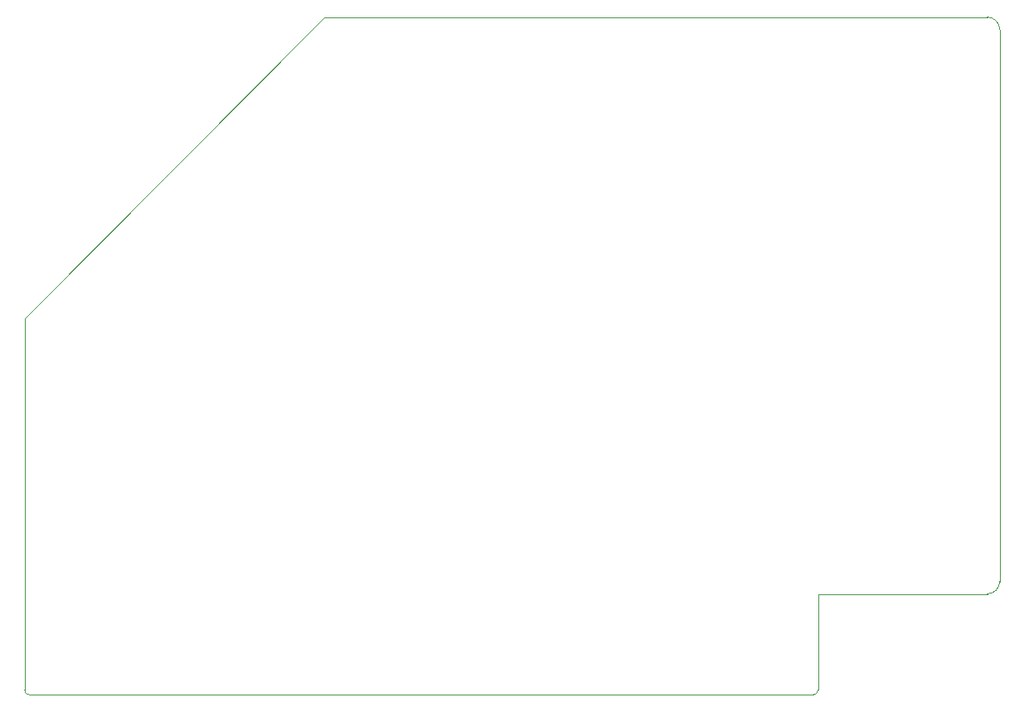
<source format=gbr>
%TF.GenerationSoftware,KiCad,Pcbnew,7.0.8*%
%TF.CreationDate,2024-01-21T15:21:42-06:00*%
%TF.ProjectId,ISA rev8,49534120-7265-4763-982e-6b696361645f,rev?*%
%TF.SameCoordinates,Original*%
%TF.FileFunction,Profile,NP*%
%FSLAX46Y46*%
G04 Gerber Fmt 4.6, Leading zero omitted, Abs format (unit mm)*
G04 Created by KiCad (PCBNEW 7.0.8) date 2024-01-21 15:21:42*
%MOMM*%
%LPD*%
G01*
G04 APERTURE LIST*
%TA.AperFunction,Profile*%
%ADD10C,0.038100*%
%TD*%
G04 APERTURE END LIST*
D10*
X100838010Y-130958790D02*
G75*
G03*
X101346000Y-131466790I507990J-10D01*
G01*
X200406000Y-119888000D02*
X200406000Y-63500000D01*
X100838000Y-130958790D02*
X100838000Y-93014800D01*
X181864000Y-121158000D02*
X181864000Y-130958790D01*
X181864000Y-121158000D02*
X199136000Y-121158000D01*
X200406000Y-63500000D02*
G75*
G03*
X199136000Y-62230000I-1270000J0D01*
G01*
X101346000Y-131466790D02*
X181356000Y-131466790D01*
X199136000Y-62230000D02*
X181864000Y-62230000D01*
X181864000Y-62230000D02*
X131470400Y-62230000D01*
X199136000Y-121158000D02*
G75*
G03*
X200406000Y-119888000I0J1270000D01*
G01*
X181356000Y-131466800D02*
G75*
G03*
X181864000Y-130958790I0J508000D01*
G01*
X100838000Y-93014800D02*
X131470400Y-62230000D01*
M02*

</source>
